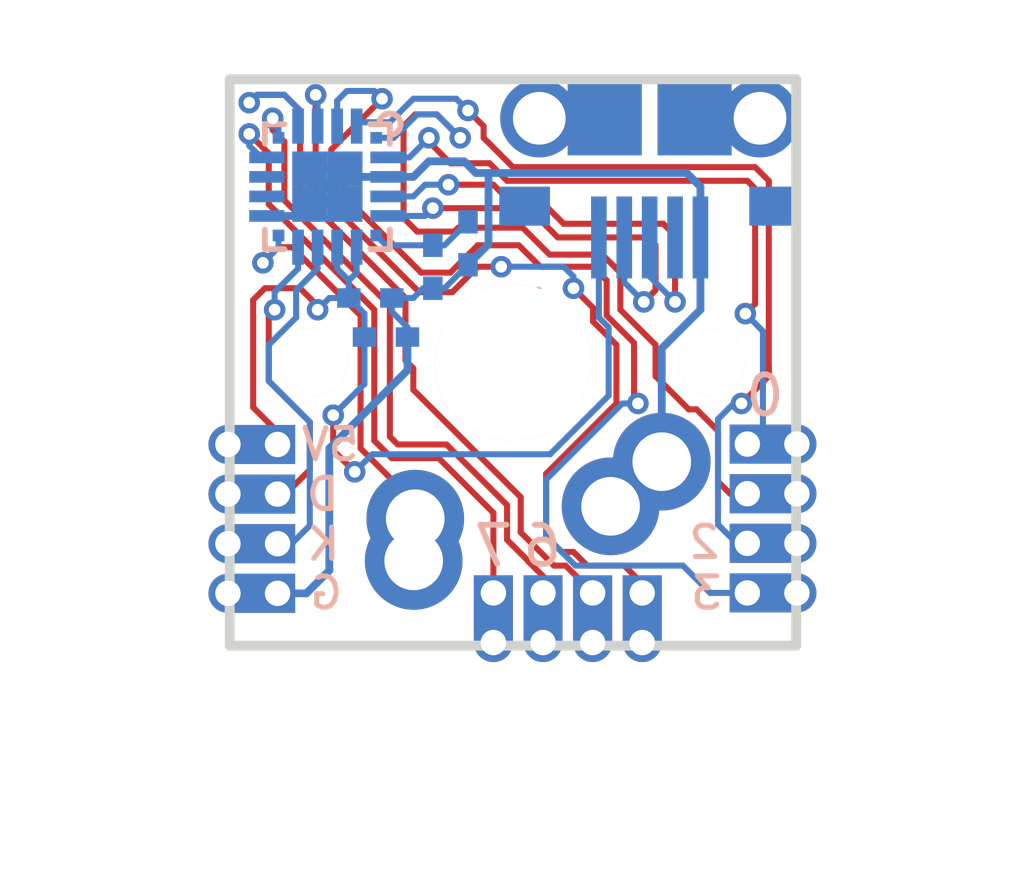
<source format=kicad_pcb>
(kicad_pcb (version 4) (host pcbnew 4.0.7)

  (general
    (links 51)
    (no_connects 17)
    (area 154.872999 87.372999 169.627001 102.127001)
    (thickness 1.6)
    (drawings 21)
    (tracks 288)
    (zones 0)
    (modules 10)
    (nets 21)
  )

  (page A4)
  (layers
    (0 F.Cu signal)
    (31 B.Cu signal)
    (32 B.Adhes user)
    (33 F.Adhes user)
    (34 B.Paste user)
    (35 F.Paste user)
    (36 B.SilkS user)
    (37 F.SilkS user)
    (38 B.Mask user)
    (39 F.Mask user)
    (40 Dwgs.User user)
    (41 Cmts.User user)
    (42 Eco1.User user)
    (43 Eco2.User user)
    (44 Edge.Cuts user)
    (45 Margin user)
    (46 B.CrtYd user)
    (47 F.CrtYd user)
    (48 B.Fab user)
    (49 F.Fab user)
  )

  (setup
    (last_trace_width 0.155)
    (trace_clearance 0.155)
    (zone_clearance 0.508)
    (zone_45_only no)
    (trace_min 0.155)
    (segment_width 0.254)
    (edge_width 0.254)
    (via_size 0.55)
    (via_drill 0.3)
    (via_min_size 0.4)
    (via_min_drill 0.3)
    (uvia_size 0.3)
    (uvia_drill 0.1)
    (uvias_allowed no)
    (uvia_min_size 0)
    (uvia_min_drill 0)
    (pcb_text_width 0.3)
    (pcb_text_size 1.5 1.5)
    (mod_edge_width 0.15)
    (mod_text_size 1 1)
    (mod_text_width 0.15)
    (pad_size 0.901 0.901)
    (pad_drill 0)
    (pad_to_mask_clearance 0.03)
    (aux_axis_origin 0 0)
    (grid_origin 155 87.5)
    (visible_elements FFFFFF9F)
    (pcbplotparams
      (layerselection 0x00030_80000001)
      (usegerberextensions false)
      (excludeedgelayer true)
      (linewidth 0.100000)
      (plotframeref false)
      (viasonmask false)
      (mode 1)
      (useauxorigin false)
      (hpglpennumber 1)
      (hpglpenspeed 20)
      (hpglpendiameter 15)
      (hpglpenoverlay 2)
      (psnegative false)
      (psa4output false)
      (plotreference true)
      (plotvalue true)
      (plotinvisibletext false)
      (padsonsilk false)
      (subtractmaskfromsilk false)
      (outputformat 1)
      (mirror false)
      (drillshape 0)
      (scaleselection 1)
      (outputdirectory ""))
  )

  (net 0 "")
  (net 1 GND)
  (net 2 +3V3)
  (net 3 "Net-(J1-Pad6)")
  (net 4 "Net-(J1-Pad4)")
  (net 5 +5V)
  (net 6 "Net-(U1-Pad13)")
  (net 7 "Net-(U1-Pad14)")
  (net 8 /D+)
  (net 9 /D-)
  (net 10 /C2D)
  (net 11 /C2CK)
  (net 12 /P0.3)
  (net 13 /P0.2)
  (net 14 /P0.1)
  (net 15 /P0.0)
  (net 16 /P0.7)
  (net 17 /P0.6)
  (net 18 /P0.5)
  (net 19 /P0.4)
  (net 20 "Net-(SW1-Pad1)")

  (net_class Default "This is the default net class."
    (clearance 0.155)
    (trace_width 0.155)
    (via_dia 0.55)
    (via_drill 0.3)
    (uvia_dia 0.3)
    (uvia_drill 0.1)
    (add_net +3V3)
    (add_net +5V)
    (add_net /C2CK)
    (add_net /C2D)
    (add_net /D+)
    (add_net /D-)
    (add_net /P0.0)
    (add_net /P0.1)
    (add_net /P0.2)
    (add_net /P0.3)
    (add_net /P0.4)
    (add_net /P0.5)
    (add_net /P0.6)
    (add_net /P0.7)
    (add_net "Net-(J1-Pad4)")
    (add_net "Net-(J1-Pad6)")
    (add_net "Net-(SW1-Pad1)")
    (add_net "Net-(U1-Pad13)")
    (add_net "Net-(U1-Pad14)")
  )

  (net_class gnd ""
    (clearance 0.155)
    (trace_width 0.2)
    (via_dia 0.55)
    (via_drill 0.3)
    (uvia_dia 0.3)
    (uvia_drill 0.1)
    (add_net GND)
  )

  (module Capacitors_SMD:C_0402_NoSilk (layer B.Cu) (tedit 59D222F7) (tstamp 59BC5FF5)
    (at 159 94.1)
    (descr "Capacitor SMD 0402, reflow soldering, AVX (see smccp.pdf)")
    (tags "capacitor 0402")
    (path /59BC6727)
    (attr smd)
    (fp_text reference C1 (at 5.6 0 90) (layer Cmts.User)
      (effects (font (size 0.8 0.8) (thickness 0.15)))
    )
    (fp_text value 0.1uF (at 0 -1.27) (layer B.Fab)
      (effects (font (size 1 1) (thickness 0.15)) (justify mirror))
    )
    (fp_text user %R (at 0 1.27) (layer Cmts.User)
      (effects (font (size 1 1) (thickness 0.15)))
    )
    (fp_line (start -0.5 -0.25) (end -0.5 0.25) (layer B.Fab) (width 0.1))
    (fp_line (start 0.5 -0.25) (end -0.5 -0.25) (layer B.Fab) (width 0.1))
    (fp_line (start 0.5 0.25) (end 0.5 -0.25) (layer B.Fab) (width 0.1))
    (fp_line (start -0.5 0.25) (end 0.5 0.25) (layer B.Fab) (width 0.1))
    (fp_line (start -1 0.4) (end 1 0.4) (layer B.CrtYd) (width 0.05))
    (fp_line (start -1 0.4) (end -1 -0.4) (layer B.CrtYd) (width 0.05))
    (fp_line (start 1 -0.4) (end 1 0.4) (layer B.CrtYd) (width 0.05))
    (fp_line (start 1 -0.4) (end -1 -0.4) (layer B.CrtYd) (width 0.05))
    (pad 1 smd rect (at -0.55 0) (size 0.6 0.5) (layers B.Cu B.Paste B.Mask)
      (net 5 +5V))
    (pad 2 smd rect (at 0.55 0) (size 0.6 0.5) (layers B.Cu B.Paste B.Mask)
      (net 1 GND))
    (model Capacitors_SMD.3dshapes/C_0402.wrl
      (at (xyz 0 0 0))
      (scale (xyz 1 1 1))
      (rotate (xyz 0 0 0))
    )
  )

  (module Capacitors_SMD:C_0402_NoSilk (layer B.Cu) (tedit 59D222FB) (tstamp 59BC5FFB)
    (at 158.6 93.1)
    (descr "Capacitor SMD 0402, reflow soldering, AVX (see smccp.pdf)")
    (tags "capacitor 0402")
    (path /59BC6754)
    (attr smd)
    (fp_text reference C2 (at 1.7 0 90) (layer Cmts.User)
      (effects (font (size 0.8 0.8) (thickness 0.15)))
    )
    (fp_text value 4.7uF (at 0 -1.27) (layer B.Fab)
      (effects (font (size 1 1) (thickness 0.15)) (justify mirror))
    )
    (fp_text user %R (at 0 1.27) (layer Cmts.User)
      (effects (font (size 1 1) (thickness 0.15)))
    )
    (fp_line (start -0.5 -0.25) (end -0.5 0.25) (layer B.Fab) (width 0.1))
    (fp_line (start 0.5 -0.25) (end -0.5 -0.25) (layer B.Fab) (width 0.1))
    (fp_line (start 0.5 0.25) (end 0.5 -0.25) (layer B.Fab) (width 0.1))
    (fp_line (start -0.5 0.25) (end 0.5 0.25) (layer B.Fab) (width 0.1))
    (fp_line (start -1 0.4) (end 1 0.4) (layer B.CrtYd) (width 0.05))
    (fp_line (start -1 0.4) (end -1 -0.4) (layer B.CrtYd) (width 0.05))
    (fp_line (start 1 -0.4) (end 1 0.4) (layer B.CrtYd) (width 0.05))
    (fp_line (start 1 -0.4) (end -1 -0.4) (layer B.CrtYd) (width 0.05))
    (pad 1 smd rect (at -0.55 0) (size 0.6 0.5) (layers B.Cu B.Paste B.Mask)
      (net 5 +5V))
    (pad 2 smd rect (at 0.55 0) (size 0.6 0.5) (layers B.Cu B.Paste B.Mask)
      (net 1 GND))
    (model Capacitors_SMD.3dshapes/C_0402.wrl
      (at (xyz 0 0 0))
      (scale (xyz 1 1 1))
      (rotate (xyz 0 0 0))
    )
  )

  (module Capacitors_SMD:C_0402_NoSilk (layer B.Cu) (tedit 59D22319) (tstamp 59BC6001)
    (at 160.2 92.3 270)
    (descr "Capacitor SMD 0402, reflow soldering, AVX (see smccp.pdf)")
    (tags "capacitor 0402")
    (path /59BC6871)
    (attr smd)
    (fp_text reference C3 (at -0.3 0.6 270) (layer Cmts.User)
      (effects (font (size 0.8 0.8) (thickness 0.15)))
    )
    (fp_text value 0.1uF (at 0 -1.27 270) (layer B.Fab)
      (effects (font (size 1 1) (thickness 0.15)) (justify mirror))
    )
    (fp_text user %R (at 0 1.27 270) (layer B.Fab)
      (effects (font (size 1 1) (thickness 0.15)) (justify mirror))
    )
    (fp_line (start -0.5 -0.25) (end -0.5 0.25) (layer B.Fab) (width 0.1))
    (fp_line (start 0.5 -0.25) (end -0.5 -0.25) (layer B.Fab) (width 0.1))
    (fp_line (start 0.5 0.25) (end 0.5 -0.25) (layer B.Fab) (width 0.1))
    (fp_line (start -0.5 0.25) (end 0.5 0.25) (layer B.Fab) (width 0.1))
    (fp_line (start -1 0.4) (end 1 0.4) (layer B.CrtYd) (width 0.05))
    (fp_line (start -1 0.4) (end -1 -0.4) (layer B.CrtYd) (width 0.05))
    (fp_line (start 1 -0.4) (end 1 0.4) (layer B.CrtYd) (width 0.05))
    (fp_line (start 1 -0.4) (end -1 -0.4) (layer B.CrtYd) (width 0.05))
    (pad 1 smd rect (at -0.55 0 270) (size 0.6 0.5) (layers B.Cu B.Paste B.Mask)
      (net 2 +3V3))
    (pad 2 smd rect (at 0.55 0 270) (size 0.6 0.5) (layers B.Cu B.Paste B.Mask)
      (net 1 GND))
    (model Capacitors_SMD.3dshapes/C_0402.wrl
      (at (xyz 0 0 0))
      (scale (xyz 1 1 1))
      (rotate (xyz 0 0 0))
    )
  )

  (module Capacitors_SMD:C_0402_NoSilk (layer B.Cu) (tedit 59D222EE) (tstamp 59BC6007)
    (at 161.1 91.7 270)
    (descr "Capacitor SMD 0402, reflow soldering, AVX (see smccp.pdf)")
    (tags "capacitor 0402")
    (path /59BC686B)
    (attr smd)
    (fp_text reference C4 (at 1.7 -0.7 360) (layer Cmts.User)
      (effects (font (size 0.8 0.8) (thickness 0.15)))
    )
    (fp_text value 4.7uF (at 0 -1.27 270) (layer B.Fab)
      (effects (font (size 1 1) (thickness 0.15)) (justify mirror))
    )
    (fp_text user %R (at 0 1.27 270) (layer B.Fab)
      (effects (font (size 1 1) (thickness 0.15)) (justify mirror))
    )
    (fp_line (start -0.5 -0.25) (end -0.5 0.25) (layer B.Fab) (width 0.1))
    (fp_line (start 0.5 -0.25) (end -0.5 -0.25) (layer B.Fab) (width 0.1))
    (fp_line (start 0.5 0.25) (end 0.5 -0.25) (layer B.Fab) (width 0.1))
    (fp_line (start -0.5 0.25) (end 0.5 0.25) (layer B.Fab) (width 0.1))
    (fp_line (start -1 0.4) (end 1 0.4) (layer B.CrtYd) (width 0.05))
    (fp_line (start -1 0.4) (end -1 -0.4) (layer B.CrtYd) (width 0.05))
    (fp_line (start 1 -0.4) (end 1 0.4) (layer B.CrtYd) (width 0.05))
    (fp_line (start 1 -0.4) (end -1 -0.4) (layer B.CrtYd) (width 0.05))
    (pad 1 smd rect (at -0.55 0 270) (size 0.6 0.5) (layers B.Cu B.Paste B.Mask)
      (net 2 +3V3))
    (pad 2 smd rect (at 0.55 0 270) (size 0.6 0.5) (layers B.Cu B.Paste B.Mask)
      (net 1 GND))
    (model Capacitors_SMD.3dshapes/C_0402.wrl
      (at (xyz 0 0 0))
      (scale (xyz 1 1 1))
      (rotate (xyz 0 0 0))
    )
  )

  (module qfn:QFN20_silabs (layer B.Cu) (tedit 59D2336D) (tstamp 59D1A41A)
    (at 157.5 90.25 180)
    (path /59D1CD41)
    (fp_text reference U1 (at 0 3.2 180) (layer Cmts.User)
      (effects (font (size 1.2 1.2) (thickness 0.15)))
    )
    (fp_text value EFM8UB1_QFN20 (at 0 -3.2 180) (layer B.Fab)
      (effects (font (size 1.2 1.2) (thickness 0.15)) (justify mirror))
    )
    (fp_arc (start -1.6 1.6) (end -1.6 1.325) (angle -270) (layer B.SilkS) (width 0.15))
    (fp_line (start 1.6 1.1) (end 1.6 1.6) (layer B.SilkS) (width 0.15))
    (fp_line (start 1.6 1.6) (end 1.1 1.6) (layer B.SilkS) (width 0.15))
    (fp_line (start 1.1 -1.6) (end 1.6 -1.6) (layer B.SilkS) (width 0.15))
    (fp_line (start 1.6 -1.6) (end 1.6 -1.1) (layer B.SilkS) (width 0.15))
    (fp_line (start -1.6 -1.1) (end -1.6 -1.6) (layer B.SilkS) (width 0.15))
    (fp_line (start -1.6 -1.6) (end -1.1 -1.6) (layer B.SilkS) (width 0.15))
    (fp_line (start -1.1 1.6) (end -1.6 1.6) (layer B.SilkS) (width 0.15))
    (fp_line (start -1.6 1.6) (end -1.6 1.1) (layer B.SilkS) (width 0.15))
    (fp_line (start -1.6 1.6) (end 1.6 1.6) (layer B.CrtYd) (width 0.15))
    (fp_line (start 1.6 1.6) (end 1.6 -1.6) (layer B.CrtYd) (width 0.15))
    (fp_line (start 1.6 -1.6) (end -1.6 -1.6) (layer B.CrtYd) (width 0.15))
    (fp_line (start -1.6 -1.6) (end -1.6 1.6) (layer B.CrtYd) (width 0.15))
    (pad 16 smd rect (at 1.25 1.25 180) (size 0.3 0.3) (layers B.Cu B.Paste B.Mask)
      (net 17 /P0.6))
    (pad 11 smd rect (at 1.25 -1.25 180) (size 0.3 0.3) (layers B.Cu B.Paste B.Mask)
      (net 20 "Net-(SW1-Pad1)"))
    (pad 6 smd rect (at -1.25 -1.25 180) (size 0.3 0.3) (layers B.Cu B.Paste B.Mask)
      (net 2 +3V3))
    (pad 21 smd rect (at -0.45 -0.45 90) (size 0.901 0.901) (layers B.Cu B.Paste B.Mask)
      (net 1 GND))
    (pad 21 smd rect (at 0.45 -0.45 90) (size 0.901 0.901) (layers B.Cu B.Paste B.Mask)
      (net 1 GND))
    (pad 21 smd rect (at 0.45 0.45 90) (size 0.901 0.901) (layers B.Cu B.Paste B.Mask)
      (net 1 GND))
    (pad 2 smd rect (at -1.55 0.75 90) (size 0.3 0.9) (layers B.Cu B.Paste B.Mask)
      (net 15 /P0.0))
    (pad 3 smd rect (at -1.55 0.25 90) (size 0.3 0.9) (layers B.Cu B.Paste B.Mask)
      (net 1 GND))
    (pad 4 smd rect (at -1.55 -0.25 90) (size 0.3 0.9) (layers B.Cu B.Paste B.Mask)
      (net 8 /D+))
    (pad 5 smd rect (at -1.55 -0.75 90) (size 0.3 0.9) (layers B.Cu B.Paste B.Mask)
      (net 9 /D-))
    (pad 7 smd rect (at -0.75 -1.55 180) (size 0.3 0.9) (layers B.Cu B.Paste B.Mask)
      (net 5 +5V))
    (pad 8 smd rect (at -0.25 -1.55 180) (size 0.3 0.9) (layers B.Cu B.Paste B.Mask)
      (net 5 +5V))
    (pad 9 smd rect (at 0.25 -1.55 180) (size 0.3 0.9) (layers B.Cu B.Paste B.Mask)
      (net 11 /C2CK))
    (pad 10 smd rect (at 0.75 -1.55 180) (size 0.3 0.9) (layers B.Cu B.Paste B.Mask)
      (net 10 /C2D))
    (pad 12 smd rect (at 1.55 -0.75 90) (size 0.3 0.9) (layers B.Cu B.Paste B.Mask)
      (net 1 GND))
    (pad 13 smd rect (at 1.55 -0.25 90) (size 0.3 0.9) (layers B.Cu B.Paste B.Mask)
      (net 6 "Net-(U1-Pad13)"))
    (pad 14 smd rect (at 1.55 0.25 90) (size 0.3 0.9) (layers B.Cu B.Paste B.Mask)
      (net 7 "Net-(U1-Pad14)"))
    (pad 15 smd rect (at 1.55 0.75 90) (size 0.3 0.9) (layers B.Cu B.Paste B.Mask)
      (net 16 /P0.7))
    (pad 17 smd rect (at 0.75 1.55 180) (size 0.3 0.9) (layers B.Cu B.Paste B.Mask)
      (net 18 /P0.5))
    (pad 18 smd rect (at 0.25 1.55 180) (size 0.3 0.9) (layers B.Cu B.Paste B.Mask)
      (net 19 /P0.4))
    (pad 19 smd rect (at -0.25 1.55 180) (size 0.3 0.9) (layers B.Cu B.Paste B.Mask)
      (net 12 /P0.3))
    (pad 20 smd rect (at -0.75 1.55 180) (size 0.3 0.9) (layers B.Cu B.Paste B.Mask)
      (net 13 /P0.2))
    (pad 1 smd rect (at -1.25 1.25 180) (size 0.3 0.3) (layers B.Cu B.Paste B.Mask)
      (net 14 /P0.1))
    (pad 21 smd rect (at -0.45 0.45 90) (size 0.901 0.901) (layers B.Cu B.Paste B.Mask)
      (net 1 GND))
    (model Housings_DFN_QFN.3dshapes/UQFN-20-1EP_3x3mm_Pitch0.4mm.wrl
      (at (xyz 0 0 0))
      (scale (xyz 1 1 1))
      (rotate (xyz 0 0 0))
    )
  )

  (module conn_usb:USB_Micro_NoSlots_NoSilk (layer B.Cu) (tedit 59BC85A0) (tstamp 5A1C999A)
    (at 165.75 90.5)
    (path /59BC971A)
    (fp_text reference J1 (at -3.175 2.921 180) (layer B.SilkS)
      (effects (font (size 1 1) (thickness 0.15)) (justify mirror))
    )
    (fp_text value USB_OTG (at -0.07 -4.18) (layer B.Fab)
      (effects (font (size 1 1) (thickness 0.15)) (justify mirror))
    )
    (pad 6 smd rect (at -3.2 0.25) (size 1.3 1) (layers B.Cu B.Paste B.Mask)
      (net 3 "Net-(J1-Pad6)"))
    (pad 6 smd rect (at 3.2 0.25) (size 1.3 1) (layers B.Cu B.Paste B.Mask)
      (net 3 "Net-(J1-Pad6)"))
    (pad "" np_thru_hole circle (at -1.95 0.14) (size 0.6 0.6) (drill 0.6) (layers *.Cu *.Mask))
    (pad 6 smd rect (at -1.15 -2) (size 1.9 1.9) (layers B.Cu B.Paste B.Mask)
      (net 3 "Net-(J1-Pad6)"))
    (pad 6 thru_hole circle (at -2.825 -2) (size 2 2) (drill 1.35) (layers *.Cu *.Mask)
      (net 3 "Net-(J1-Pad6)"))
    (pad 5 smd rect (at 1.3 1.05) (size 0.4 2.1) (layers B.Cu B.Paste B.Mask)
      (net 1 GND))
    (pad 4 smd rect (at 0.65 1.05) (size 0.4 2.1) (layers B.Cu B.Paste B.Mask)
      (net 4 "Net-(J1-Pad4)"))
    (pad 3 smd rect (at 0 1.05) (size 0.4 2.1) (layers B.Cu B.Paste B.Mask)
      (net 8 /D+))
    (pad 2 smd rect (at -0.65 1.05) (size 0.4 2.1) (layers B.Cu B.Paste B.Mask)
      (net 9 /D-))
    (pad 1 smd rect (at -1.3 1.05) (size 0.4 2.1) (layers B.Cu B.Paste B.Mask)
      (net 5 +5V))
    (pad 6 thru_hole circle (at 2.825 -2) (size 2 2) (drill 1.35) (layers *.Cu *.Mask)
      (net 3 "Net-(J1-Pad6)"))
    (pad 6 smd rect (at 1.15 -2) (size 1.9 1.9) (layers B.Cu B.Paste B.Mask)
      (net 3 "Net-(J1-Pad6)"))
    (pad "" np_thru_hole circle (at 1.95 0.14) (size 0.6 0.6) (drill 0.6) (layers *.Cu *.Mask))
  )

  (module conn:Pin_Header_Angled_1x04_Pitch1.27mm_no_silk_castellated (layer B.Cu) (tedit 59D21DD6) (tstamp 5A1C99AA)
    (at 156.225 96.85 180)
    (descr "Through hole angled pin header, 1x04, 1.27mm pitch, 4.0mm pin length, single row")
    (tags "Through hole angled pin header THT 1x04 1.27mm single row")
    (path /59BC8422)
    (fp_text reference J2 (at 2.4325 1.635 180) (layer Cmts.User)
      (effects (font (size 1 1) (thickness 0.15)))
    )
    (fp_text value Conn_01x04 (at 2.4325 -5.445 180) (layer B.Fab)
      (effects (font (size 1 1) (thickness 0.15)) (justify mirror))
    )
    (fp_line (start 1.5 0.635) (end 1.5 -4.445) (layer B.Fab) (width 0.1))
    (fp_line (start 1.5 -4.445) (end 0.5 -4.445) (layer B.Fab) (width 0.1))
    (fp_line (start 0.5 -4.445) (end 0.5 0.385) (layer B.Fab) (width 0.1))
    (fp_line (start 0.5 0.385) (end 0.75 0.635) (layer B.Fab) (width 0.1))
    (fp_line (start -0.2 0.2) (end 0.5 0.2) (layer B.Fab) (width 0.1))
    (fp_line (start -0.2 0.2) (end -0.2 -0.2) (layer B.Fab) (width 0.1))
    (fp_line (start -0.2 -0.2) (end 0.5 -0.2) (layer B.Fab) (width 0.1))
    (fp_line (start -0.2 -1.07) (end 0.5 -1.07) (layer B.Fab) (width 0.1))
    (fp_line (start -0.2 -1.07) (end -0.2 -1.47) (layer B.Fab) (width 0.1))
    (fp_line (start -0.2 -1.47) (end 0.5 -1.47) (layer B.Fab) (width 0.1))
    (fp_line (start -0.2 -2.34) (end 0.5 -2.34) (layer B.Fab) (width 0.1))
    (fp_line (start -0.2 -2.34) (end -0.2 -2.74) (layer B.Fab) (width 0.1))
    (fp_line (start -0.2 -2.74) (end 0.5 -2.74) (layer B.Fab) (width 0.1))
    (fp_line (start -0.2 -3.61) (end 0.5 -3.61) (layer B.Fab) (width 0.1))
    (fp_line (start -0.2 -3.61) (end -0.2 -4.01) (layer B.Fab) (width 0.1))
    (fp_line (start -0.2 -4.01) (end 0.5 -4.01) (layer B.Fab) (width 0.1))
    (fp_line (start -1.15 1.15) (end -1.15 -4.95) (layer B.CrtYd) (width 0.05))
    (fp_line (start -1.15 -4.95) (end 6 -4.95) (layer B.CrtYd) (width 0.05))
    (fp_line (start 6 -4.95) (end 6 1.15) (layer B.CrtYd) (width 0.05))
    (fp_line (start 6 1.15) (end -1.15 1.15) (layer B.CrtYd) (width 0.05))
    (pad 1 thru_hole circle (at 1.27 0 180) (size 1 1) (drill 0.65) (layers *.Cu *.Mask)
      (net 5 +5V))
    (pad 1 thru_hole rect (at 0 0 180) (size 1.7 1) (drill 0.65 (offset 0.4 0)) (layers *.Cu *.Mask)
      (net 5 +5V))
    (pad 2 thru_hole rect (at 0 -1.27 180) (size 1.7 1) (drill 0.65 (offset 0.4 0)) (layers *.Cu *.Mask)
      (net 10 /C2D))
    (pad 3 thru_hole rect (at 0 -2.54 180) (size 1.7 1) (drill 0.65 (offset 0.4 0)) (layers *.Cu *.Mask)
      (net 11 /C2CK))
    (pad 4 thru_hole rect (at 0 -3.81 180) (size 1.7 1) (drill 0.65 (offset 0.4 0)) (layers *.Cu *.Mask)
      (net 1 GND))
    (pad 2 thru_hole circle (at 1.27 -1.27 180) (size 1 1) (drill 0.65) (layers *.Cu *.Mask)
      (net 10 /C2D))
    (pad 3 thru_hole circle (at 1.27 -2.54 180) (size 1 1) (drill 0.65) (layers *.Cu *.Mask)
      (net 11 /C2CK))
    (pad 4 thru_hole circle (at 1.27 -3.81 180) (size 1 1) (drill 0.65) (layers *.Cu *.Mask)
      (net 1 GND))
  )

  (module conn:Pin_Header_Angled_1x04_Pitch1.27mm_no_silk_castellated (layer B.Cu) (tedit 59D21DD6) (tstamp 5A1C99B5)
    (at 168.25 100.65)
    (descr "Through hole angled pin header, 1x04, 1.27mm pitch, 4.0mm pin length, single row")
    (tags "Through hole angled pin header THT 1x04 1.27mm single row")
    (path /59D1D839)
    (fp_text reference J3 (at 2.4325 1.635) (layer Cmts.User)
      (effects (font (size 1 1) (thickness 0.15)))
    )
    (fp_text value Conn_01x04 (at 2.4325 -5.445) (layer B.Fab)
      (effects (font (size 1 1) (thickness 0.15)) (justify mirror))
    )
    (fp_line (start 1.5 0.635) (end 1.5 -4.445) (layer B.Fab) (width 0.1))
    (fp_line (start 1.5 -4.445) (end 0.5 -4.445) (layer B.Fab) (width 0.1))
    (fp_line (start 0.5 -4.445) (end 0.5 0.385) (layer B.Fab) (width 0.1))
    (fp_line (start 0.5 0.385) (end 0.75 0.635) (layer B.Fab) (width 0.1))
    (fp_line (start -0.2 0.2) (end 0.5 0.2) (layer B.Fab) (width 0.1))
    (fp_line (start -0.2 0.2) (end -0.2 -0.2) (layer B.Fab) (width 0.1))
    (fp_line (start -0.2 -0.2) (end 0.5 -0.2) (layer B.Fab) (width 0.1))
    (fp_line (start -0.2 -1.07) (end 0.5 -1.07) (layer B.Fab) (width 0.1))
    (fp_line (start -0.2 -1.07) (end -0.2 -1.47) (layer B.Fab) (width 0.1))
    (fp_line (start -0.2 -1.47) (end 0.5 -1.47) (layer B.Fab) (width 0.1))
    (fp_line (start -0.2 -2.34) (end 0.5 -2.34) (layer B.Fab) (width 0.1))
    (fp_line (start -0.2 -2.34) (end -0.2 -2.74) (layer B.Fab) (width 0.1))
    (fp_line (start -0.2 -2.74) (end 0.5 -2.74) (layer B.Fab) (width 0.1))
    (fp_line (start -0.2 -3.61) (end 0.5 -3.61) (layer B.Fab) (width 0.1))
    (fp_line (start -0.2 -3.61) (end -0.2 -4.01) (layer B.Fab) (width 0.1))
    (fp_line (start -0.2 -4.01) (end 0.5 -4.01) (layer B.Fab) (width 0.1))
    (fp_line (start -1.15 1.15) (end -1.15 -4.95) (layer B.CrtYd) (width 0.05))
    (fp_line (start -1.15 -4.95) (end 6 -4.95) (layer B.CrtYd) (width 0.05))
    (fp_line (start 6 -4.95) (end 6 1.15) (layer B.CrtYd) (width 0.05))
    (fp_line (start 6 1.15) (end -1.15 1.15) (layer B.CrtYd) (width 0.05))
    (pad 1 thru_hole circle (at 1.27 0) (size 1 1) (drill 0.65) (layers *.Cu *.Mask)
      (net 12 /P0.3))
    (pad 1 thru_hole rect (at 0 0) (size 1.7 1) (drill 0.65 (offset 0.4 0)) (layers *.Cu *.Mask)
      (net 12 /P0.3))
    (pad 2 thru_hole rect (at 0 -1.27) (size 1.7 1) (drill 0.65 (offset 0.4 0)) (layers *.Cu *.Mask)
      (net 13 /P0.2))
    (pad 3 thru_hole rect (at 0 -2.54) (size 1.7 1) (drill 0.65 (offset 0.4 0)) (layers *.Cu *.Mask)
      (net 14 /P0.1))
    (pad 4 thru_hole rect (at 0 -3.81) (size 1.7 1) (drill 0.65 (offset 0.4 0)) (layers *.Cu *.Mask)
      (net 15 /P0.0))
    (pad 2 thru_hole circle (at 1.27 -1.27) (size 1 1) (drill 0.65) (layers *.Cu *.Mask)
      (net 13 /P0.2))
    (pad 3 thru_hole circle (at 1.27 -2.54) (size 1 1) (drill 0.65) (layers *.Cu *.Mask)
      (net 14 /P0.1))
    (pad 4 thru_hole circle (at 1.27 -3.81) (size 1 1) (drill 0.65) (layers *.Cu *.Mask)
      (net 15 /P0.0))
  )

  (module conn:Pin_Header_Angled_1x04_Pitch1.27mm_no_silk_castellated (layer B.Cu) (tedit 59D21DD6) (tstamp 5A1C99C0)
    (at 161.75 100.65 270)
    (descr "Through hole angled pin header, 1x04, 1.27mm pitch, 4.0mm pin length, single row")
    (tags "Through hole angled pin header THT 1x04 1.27mm single row")
    (path /59D1DF9A)
    (fp_text reference J4 (at 2.4325 1.635 270) (layer Cmts.User)
      (effects (font (size 1 1) (thickness 0.15)))
    )
    (fp_text value Conn_01x04 (at 2.4325 -5.445 270) (layer B.Fab)
      (effects (font (size 1 1) (thickness 0.15)) (justify mirror))
    )
    (fp_line (start 1.5 0.635) (end 1.5 -4.445) (layer B.Fab) (width 0.1))
    (fp_line (start 1.5 -4.445) (end 0.5 -4.445) (layer B.Fab) (width 0.1))
    (fp_line (start 0.5 -4.445) (end 0.5 0.385) (layer B.Fab) (width 0.1))
    (fp_line (start 0.5 0.385) (end 0.75 0.635) (layer B.Fab) (width 0.1))
    (fp_line (start -0.2 0.2) (end 0.5 0.2) (layer B.Fab) (width 0.1))
    (fp_line (start -0.2 0.2) (end -0.2 -0.2) (layer B.Fab) (width 0.1))
    (fp_line (start -0.2 -0.2) (end 0.5 -0.2) (layer B.Fab) (width 0.1))
    (fp_line (start -0.2 -1.07) (end 0.5 -1.07) (layer B.Fab) (width 0.1))
    (fp_line (start -0.2 -1.07) (end -0.2 -1.47) (layer B.Fab) (width 0.1))
    (fp_line (start -0.2 -1.47) (end 0.5 -1.47) (layer B.Fab) (width 0.1))
    (fp_line (start -0.2 -2.34) (end 0.5 -2.34) (layer B.Fab) (width 0.1))
    (fp_line (start -0.2 -2.34) (end -0.2 -2.74) (layer B.Fab) (width 0.1))
    (fp_line (start -0.2 -2.74) (end 0.5 -2.74) (layer B.Fab) (width 0.1))
    (fp_line (start -0.2 -3.61) (end 0.5 -3.61) (layer B.Fab) (width 0.1))
    (fp_line (start -0.2 -3.61) (end -0.2 -4.01) (layer B.Fab) (width 0.1))
    (fp_line (start -0.2 -4.01) (end 0.5 -4.01) (layer B.Fab) (width 0.1))
    (fp_line (start -1.15 1.15) (end -1.15 -4.95) (layer B.CrtYd) (width 0.05))
    (fp_line (start -1.15 -4.95) (end 6 -4.95) (layer B.CrtYd) (width 0.05))
    (fp_line (start 6 -4.95) (end 6 1.15) (layer B.CrtYd) (width 0.05))
    (fp_line (start 6 1.15) (end -1.15 1.15) (layer B.CrtYd) (width 0.05))
    (pad 1 thru_hole circle (at 1.27 0 270) (size 1 1) (drill 0.65) (layers *.Cu *.Mask)
      (net 16 /P0.7))
    (pad 1 thru_hole rect (at 0 0 270) (size 1.7 1) (drill 0.65 (offset 0.4 0)) (layers *.Cu *.Mask)
      (net 16 /P0.7))
    (pad 2 thru_hole rect (at 0 -1.27 270) (size 1.7 1) (drill 0.65 (offset 0.4 0)) (layers *.Cu *.Mask)
      (net 17 /P0.6))
    (pad 3 thru_hole rect (at 0 -2.54 270) (size 1.7 1) (drill 0.65 (offset 0.4 0)) (layers *.Cu *.Mask)
      (net 18 /P0.5))
    (pad 4 thru_hole rect (at 0 -3.81 270) (size 1.7 1) (drill 0.65 (offset 0.4 0)) (layers *.Cu *.Mask)
      (net 19 /P0.4))
    (pad 2 thru_hole circle (at 1.27 -1.27 270) (size 1 1) (drill 0.65) (layers *.Cu *.Mask)
      (net 17 /P0.6))
    (pad 3 thru_hole circle (at 1.27 -2.54 270) (size 1 1) (drill 0.65) (layers *.Cu *.Mask)
      (net 18 /P0.5))
    (pad 4 thru_hole circle (at 1.27 -3.81 270) (size 1 1) (drill 0.65) (layers *.Cu *.Mask)
      (net 19 /P0.4))
  )

  (module switch_mx:Cherry_MX_Matias_No_Silk_Border (layer B.Cu) (tedit 5A1BC55D) (tstamp 5A1C99CB)
    (at 162.25 94.75)
    (tags switch)
    (path /5A1C99D7)
    (fp_text reference SW1 (at 0 -6) (layer Cmts.User)
      (effects (font (thickness 0.3048)))
    )
    (fp_text value SW_Push (at 1 -3.5) (layer F.Fab) hide
      (effects (font (thickness 0.3048)))
    )
    (pad "" np_thru_hole circle (at 5.08 0) (size 1.7 1.7) (drill 1.7) (layers *.Cu *.Mask B.SilkS))
    (pad 2 thru_hole circle (at 2.5 3.683) (size 2.5 2.5) (drill 1.5) (layers *.Cu *.Mask)
      (net 1 GND))
    (pad 2 thru_hole circle (at 3.81 2.54) (size 2.5 2.5) (drill 1.5) (layers *.Cu *.Mask)
      (net 1 GND))
    (pad "" np_thru_hole circle (at 0 0) (size 4 4) (drill 4) (layers *.Cu *.Mask B.SilkS))
    (pad "" np_thru_hole circle (at -5.08 0) (size 1.7 1.7) (drill 1.7) (layers *.Cu *.Mask B.SilkS))
    (pad 1 thru_hole circle (at -2.54 5.08) (size 2.5 2.5) (drill 1.5) (layers *.Cu *.Mask)
      (net 20 "Net-(SW1-Pad1)"))
    (pad 1 thru_hole circle (at -2.5 4) (size 2.5 2.5) (drill 1.5) (layers *.Cu *.Mask)
      (net 20 "Net-(SW1-Pad1)"))
    (model cherry_mx1.wrl
      (at (xyz 0 0 0))
      (scale (xyz 1 1 1))
      (rotate (xyz 0 0 0))
    )
  )

  (gr_line (start 156.25 100.65) (end 156.25 101.2) (angle 90) (layer Cmts.User) (width 0.254))
  (gr_line (start 161.75 100.65) (end 156.25 100.65) (angle 90) (layer Cmts.User) (width 0.254))
  (gr_text 2 (at 167.15 99.35) (layer B.SilkS)
    (effects (font (size 0.8 0.8) (thickness 0.13)) (justify mirror))
  )
  (gr_text 5V (at 157.575 96.85) (layer B.SilkS)
    (effects (font (size 0.8 0.8) (thickness 0.13)) (justify mirror))
  )
  (gr_text D (at 157.375 98.125) (layer B.SilkS)
    (effects (font (size 0.8 0.8) (thickness 0.13)) (justify mirror))
  )
  (gr_text K (at 157.4 99.4) (layer B.SilkS)
    (effects (font (size 0.8 0.8) (thickness 0.13)) (justify mirror))
  )
  (gr_text G (at 157.475 100.65) (layer B.SilkS)
    (effects (font (size 0.8 0.8) (thickness 0.13)) (justify mirror))
  )
  (gr_text "7\n" (at 161.75 99.45) (layer B.SilkS)
    (effects (font (size 1 1) (thickness 0.15)) (justify mirror))
  )
  (gr_text "6\n" (at 163 99.45) (layer B.SilkS)
    (effects (font (size 1 1) (thickness 0.15)) (justify mirror))
  )
  (gr_text 3 (at 167.2 100.65) (layer B.SilkS)
    (effects (font (size 0.8 0.8) (thickness 0.13)) (justify mirror))
  )
  (gr_text 0 (at 168.7 95.6) (layer B.SilkS)
    (effects (font (size 1 1) (thickness 0.15)) (justify mirror))
  )
  (gr_line (start 169.5 87.5) (end 169.5 102) (layer Cmts.User) (width 0.2))
  (gr_line (start 155 102) (end 155 87.5) (layer Cmts.User) (width 0.2))
  (gr_line (start 169.5 102) (end 155 102) (layer Cmts.User) (width 0.2))
  (gr_line (start 155 87.5) (end 169.5 102) (layer Cmts.User) (width 0.2))
  (gr_line (start 169.5 87.5) (end 155 87.5) (layer Cmts.User) (width 0.2))
  (gr_line (start 155 102) (end 169.5 87.5) (layer Cmts.User) (width 0.2))
  (gr_line (start 155 102) (end 155 87.5) (angle 90) (layer Edge.Cuts) (width 0.254))
  (gr_line (start 169.5 102) (end 155 102) (angle 90) (layer Edge.Cuts) (width 0.254))
  (gr_line (start 169.5 87.5) (end 169.5 102) (angle 90) (layer Edge.Cuts) (width 0.254))
  (gr_line (start 155 87.5) (end 169.5 87.5) (angle 90) (layer Edge.Cuts) (width 0.254))

  (segment (start 157.05 90.7) (end 157.95 89.8) (width 0.2) (layer B.Cu) (net 1) (status 30))
  (segment (start 157.95 90.7) (end 157.05 89.8) (width 0.2) (layer B.Cu) (net 1) (status 30))
  (segment (start 157.95 90.7) (end 157.95 89.8) (width 0.2) (layer B.Cu) (net 1) (status 30))
  (segment (start 164.75 98.433) (end 164.917 98.433) (width 0.2) (layer B.Cu) (net 1) (status 30))
  (segment (start 164.917 98.433) (end 166.06 97.29) (width 0.2) (layer B.Cu) (net 1) (tstamp 59D22F2C) (status 30))
  (segment (start 156.225 100.66) (end 156.965 100.66) (width 0.2) (layer B.Cu) (net 1) (status 10))
  (segment (start 156.965 100.66) (end 157.55 100.075) (width 0.2) (layer B.Cu) (net 1) (tstamp 59D22EEC))
  (segment (start 161.625 89.9) (end 161.625 91.725) (width 0.2) (layer B.Cu) (net 1))
  (segment (start 161.625 91.725) (end 161.1 92.25) (width 0.2) (layer B.Cu) (net 1) (tstamp 59D22C19) (status 20))
  (segment (start 166.06 97.29) (end 166.06 94.39) (width 0.2) (layer B.Cu) (net 1) (status 10))
  (segment (start 167.05 93.4) (end 167.05 91.55) (width 0.2) (layer B.Cu) (net 1) (tstamp 59D22C04) (status 20))
  (segment (start 166.06 94.39) (end 167.05 93.4) (width 0.2) (layer B.Cu) (net 1) (tstamp 59D22C02))
  (segment (start 159.55 94.1) (end 159.55 94.95) (width 0.2) (layer B.Cu) (net 1) (status 10))
  (segment (start 159.55 94.95) (end 157.55 96.95) (width 0.2) (layer B.Cu) (net 1) (tstamp 59D22B95))
  (segment (start 167.05 92.4) (end 167.05 91.55) (width 0.155) (layer B.Cu) (net 1) (tstamp 59D1B499) (status 30))
  (segment (start 161 89.6) (end 160.1 89.6) (width 0.2) (layer B.Cu) (net 1) (tstamp 59D1ABEE))
  (segment (start 161.3 89.9) (end 161 89.6) (width 0.2) (layer B.Cu) (net 1) (tstamp 59D1ABEC))
  (segment (start 166.7 89.9) (end 161.625 89.9) (width 0.2) (layer B.Cu) (net 1) (tstamp 59D1ABEB))
  (segment (start 161.625 89.9) (end 161.3 89.9) (width 0.2) (layer B.Cu) (net 1) (tstamp 59D22C17))
  (segment (start 167.05 90.25) (end 166.7 89.9) (width 0.2) (layer B.Cu) (net 1) (tstamp 59D1ABEA))
  (segment (start 167.05 91.55) (end 167.05 90.25) (width 0.2) (layer B.Cu) (net 1) (status 10))
  (segment (start 159.7 90) (end 160.1 89.6) (width 0.2) (layer B.Cu) (net 1))
  (segment (start 159.05 90) (end 159.7 90) (width 0.2) (layer B.Cu) (net 1) (tstamp 59D1ABF5) (status 10))
  (segment (start 157.05 89.8) (end 157.95 89.8) (width 0.155) (layer B.Cu) (net 1) (status 30))
  (segment (start 157.05 90.7) (end 157.05 89.8) (width 0.155) (layer B.Cu) (net 1) (status 30))
  (segment (start 157.95 90.7) (end 157.05 90.7) (width 0.155) (layer B.Cu) (net 1) (status 30))
  (segment (start 159.05 90) (end 158.15 90) (width 0.2) (layer B.Cu) (net 1) (status 30))
  (segment (start 158.15 90) (end 157.95 89.8) (width 0.155) (layer B.Cu) (net 1) (tstamp 59D1ABCC) (status 30))
  (segment (start 155.95 91) (end 156.75 91) (width 0.2) (layer B.Cu) (net 1) (status 30))
  (segment (start 156.75 91) (end 157.05 90.7) (width 0.155) (layer B.Cu) (net 1) (tstamp 59D1ABC8) (status 30))
  (segment (start 160.2 92.85) (end 160.5 92.85) (width 0.155) (layer B.Cu) (net 1) (status 10))
  (segment (start 160.5 92.85) (end 161.1 92.25) (width 0.155) (layer B.Cu) (net 1) (tstamp 59D1A939) (status 20))
  (segment (start 159.15 93.1) (end 159.15 93.45) (width 0.155) (layer B.Cu) (net 1) (status 10))
  (segment (start 159.15 93.45) (end 159.55 93.85) (width 0.155) (layer B.Cu) (net 1) (tstamp 59D1A900) (status 20))
  (segment (start 159.55 93.85) (end 159.55 94.1) (width 0.155) (layer B.Cu) (net 1) (tstamp 59D1A901) (status 30))
  (segment (start 160.2 92.85) (end 159.95 92.85) (width 0.155) (layer B.Cu) (net 1) (status 30))
  (segment (start 159.95 92.85) (end 159.7 93.1) (width 0.155) (layer B.Cu) (net 1) (tstamp 59D1A8FC) (status 10))
  (segment (start 159.7 93.1) (end 159.15 93.1) (width 0.155) (layer B.Cu) (net 1) (tstamp 59D1A8FD) (status 20))
  (segment (start 157.55 96.95) (end 157.55 100.075) (width 0.2) (layer B.Cu) (net 1) (tstamp 59D22B97))
  (segment (start 160.2 91.75) (end 159 91.75) (width 0.155) (layer B.Cu) (net 2) (status 10))
  (segment (start 159 91.75) (end 158.75 91.5) (width 0.155) (layer B.Cu) (net 2) (tstamp 59D1A93F) (status 20))
  (segment (start 160.2 91.75) (end 160.5 91.75) (width 0.155) (layer B.Cu) (net 2) (status 10))
  (segment (start 160.5 91.75) (end 161.1 91.15) (width 0.155) (layer B.Cu) (net 2) (tstamp 59D1A93C) (status 20))
  (segment (start 164.45 91.55) (end 164.45 93.6) (width 0.155) (layer B.Cu) (net 5) (status 10))
  (segment (start 158.45 95.3) (end 158.45 94.1) (width 0.155) (layer B.Cu) (net 5) (tstamp 59D22CA9) (status 20))
  (segment (start 157.65 96.1) (end 158.45 95.3) (width 0.155) (layer B.Cu) (net 5) (tstamp 59D22CA8))
  (via (at 157.65 96.1) (size 0.55) (drill 0.3) (layers F.Cu B.Cu) (net 5))
  (segment (start 157.65 97) (end 157.65 96.1) (width 0.155) (layer F.Cu) (net 5) (tstamp 59D22CA6))
  (segment (start 158.2 97.55) (end 157.65 97) (width 0.155) (layer F.Cu) (net 5) (tstamp 59D22CA5))
  (via (at 158.2 97.55) (size 0.55) (drill 0.3) (layers F.Cu B.Cu) (net 5))
  (segment (start 158.65 97.1) (end 158.2 97.55) (width 0.155) (layer B.Cu) (net 5) (tstamp 59D22CA2))
  (segment (start 163.2 97.1) (end 158.65 97.1) (width 0.155) (layer B.Cu) (net 5) (tstamp 59D22CA0))
  (segment (start 164.7 95.6) (end 163.2 97.1) (width 0.155) (layer B.Cu) (net 5) (tstamp 59D22C9E))
  (segment (start 164.7 93.85) (end 164.7 95.6) (width 0.155) (layer B.Cu) (net 5) (tstamp 59D22C9D))
  (segment (start 164.45 93.6) (end 164.7 93.85) (width 0.155) (layer B.Cu) (net 5) (tstamp 59D22C9C))
  (segment (start 157.25 93.4) (end 157.25 93.3) (width 0.155) (layer F.Cu) (net 5))
  (segment (start 157.55 93.1) (end 157.25 93.4) (width 0.155) (layer B.Cu) (net 5) (tstamp 59D22500))
  (via (at 157.25 93.4) (size 0.55) (drill 0.3) (layers F.Cu B.Cu) (net 5))
  (segment (start 158.05 93.1) (end 157.55 93.1) (width 0.155) (layer B.Cu) (net 5) (status 10))
  (segment (start 155.6 95.9) (end 156.27 96.57) (width 0.155) (layer F.Cu) (net 5) (tstamp 59D2254B) (status 20))
  (segment (start 155.6 93.15) (end 155.6 95.9) (width 0.155) (layer F.Cu) (net 5) (tstamp 59D2254A))
  (segment (start 155.9 92.85) (end 155.6 93.15) (width 0.155) (layer F.Cu) (net 5) (tstamp 59D22549))
  (segment (start 156.8 92.85) (end 155.9 92.85) (width 0.155) (layer F.Cu) (net 5) (tstamp 59D22548))
  (segment (start 157.25 93.3) (end 156.8 92.85) (width 0.155) (layer F.Cu) (net 5) (tstamp 59D22547))
  (segment (start 157.75 92.35) (end 158.05 92.65) (width 0.155) (layer B.Cu) (net 5) (tstamp 59D1A8F5))
  (segment (start 157.75 91.8) (end 157.75 92.35) (width 0.155) (layer B.Cu) (net 5) (status 10))
  (segment (start 158.25 91.8) (end 158.25 92.45) (width 0.155) (layer B.Cu) (net 5) (status 10))
  (segment (start 158.05 92.65) (end 158.05 93.1) (width 0.155) (layer B.Cu) (net 5) (tstamp 59D1A8F2) (status 20))
  (segment (start 158.25 92.45) (end 158.05 92.65) (width 0.155) (layer B.Cu) (net 5) (tstamp 59D1A8F1))
  (segment (start 158.45 94.1) (end 158.45 93.5) (width 0.155) (layer B.Cu) (net 5) (status 10))
  (segment (start 158.45 93.5) (end 158.05 93.1) (width 0.155) (layer B.Cu) (net 5) (tstamp 59D1A8E0) (status 20))
  (segment (start 160.6 90.2) (end 161.75 90.2) (width 0.155) (layer F.Cu) (net 8))
  (segment (start 159.05 90.5) (end 159.7 90.5) (width 0.155) (layer B.Cu) (net 8) (status 10))
  (via (at 160.6 90.2) (size 0.55) (drill 0.3) (layers F.Cu B.Cu) (net 8))
  (segment (start 160 90.2) (end 160.6 90.2) (width 0.155) (layer B.Cu) (net 8) (tstamp 59D1AAC3))
  (segment (start 159.7 90.5) (end 160 90.2) (width 0.155) (layer B.Cu) (net 8) (tstamp 59D1AABE))
  (segment (start 166.4 93.2) (end 165.75 92.55) (width 0.155) (layer B.Cu) (net 8) (tstamp 59D1B33D) (status 20))
  (via (at 166.4 93.2) (size 0.55) (drill 0.3) (layers F.Cu B.Cu) (net 8))
  (segment (start 166.4 91.5) (end 166.4 93.2) (width 0.155) (layer F.Cu) (net 8) (tstamp 59D1B33A))
  (segment (start 166.1 91.2) (end 166.4 91.5) (width 0.155) (layer F.Cu) (net 8) (tstamp 59D1B337))
  (segment (start 163.55 91.2) (end 166.1 91.2) (width 0.155) (layer F.Cu) (net 8) (tstamp 59D1B335))
  (segment (start 162.8 90.45) (end 163.55 91.2) (width 0.155) (layer F.Cu) (net 8) (tstamp 59D1B334))
  (segment (start 162 90.45) (end 162.8 90.45) (width 0.155) (layer F.Cu) (net 8) (tstamp 59D1B331))
  (segment (start 161.75 90.2) (end 162 90.45) (width 0.155) (layer F.Cu) (net 8) (tstamp 59D1B32F))
  (segment (start 165.75 92.55) (end 165.75 91.55) (width 0.155) (layer B.Cu) (net 8) (tstamp 59D1B33E) (status 30))
  (segment (start 160.2 90.8) (end 162.65 90.8) (width 0.155) (layer F.Cu) (net 9))
  (segment (start 160 91) (end 160.2 90.8) (width 0.155) (layer B.Cu) (net 9) (tstamp 59D1AAAB))
  (via (at 160.2 90.8) (size 0.55) (drill 0.3) (layers F.Cu B.Cu) (net 9))
  (segment (start 159.05 91) (end 160 91) (width 0.155) (layer B.Cu) (net 9) (status 10))
  (segment (start 165.1 92.7) (end 165.1 91.55) (width 0.155) (layer B.Cu) (net 9) (tstamp 59D1B355) (status 20))
  (segment (start 165.6 93.2) (end 165.1 92.7) (width 0.155) (layer B.Cu) (net 9) (tstamp 59D1B354))
  (via (at 165.6 93.2) (size 0.55) (drill 0.3) (layers F.Cu B.Cu) (net 9))
  (segment (start 165.9 92.9) (end 165.6 93.2) (width 0.155) (layer F.Cu) (net 9) (tstamp 59D1B350))
  (segment (start 165.9 91.75) (end 165.9 92.9) (width 0.155) (layer F.Cu) (net 9) (tstamp 59D1B34E))
  (segment (start 165.7 91.55) (end 165.9 91.75) (width 0.155) (layer F.Cu) (net 9) (tstamp 59D1B34A))
  (segment (start 163.4 91.55) (end 165.7 91.55) (width 0.155) (layer F.Cu) (net 9) (tstamp 59D1B347))
  (segment (start 162.65 90.8) (end 163.4 91.55) (width 0.155) (layer F.Cu) (net 9) (tstamp 59D1B343))
  (segment (start 156.225 98.12) (end 156.43 98.12) (width 0.155) (layer F.Cu) (net 10) (status 30))
  (segment (start 156.43 98.12) (end 157.05 97.5) (width 0.155) (layer F.Cu) (net 10) (tstamp 59D22F25) (status 10))
  (segment (start 157.05 96.275) (end 157.05 97.5) (width 0.155) (layer F.Cu) (net 10) (tstamp 59D2251C))
  (segment (start 156 95.225) (end 157.05 96.275) (width 0.155) (layer F.Cu) (net 10) (tstamp 59D2251A))
  (segment (start 156 93.55) (end 156 95.225) (width 0.155) (layer F.Cu) (net 10) (tstamp 59D22519))
  (segment (start 156.15 93.4) (end 156 93.55) (width 0.155) (layer F.Cu) (net 10) (tstamp 59D22518))
  (segment (start 156.75 91.8) (end 156.75 92.35) (width 0.155) (layer B.Cu) (net 10) (status 10))
  (via (at 156.15 93.4) (size 0.55) (drill 0.3) (layers F.Cu B.Cu) (net 10))
  (segment (start 156.15 92.95) (end 156.15 93.4) (width 0.155) (layer B.Cu) (net 10) (tstamp 59D22515))
  (segment (start 156.75 92.35) (end 156.15 92.95) (width 0.155) (layer B.Cu) (net 10) (tstamp 59D22514))
  (segment (start 156.225 99.39) (end 156.585 99.39) (width 0.155) (layer B.Cu) (net 11) (status 30))
  (segment (start 156.585 99.39) (end 157.05 98.925) (width 0.155) (layer B.Cu) (net 11) (tstamp 59D22F1D) (status 10))
  (segment (start 157.05 98.925) (end 157.05 96.275) (width 0.155) (layer B.Cu) (net 11))
  (segment (start 156 95.225) (end 156 94.3) (width 0.155) (layer B.Cu) (net 11) (tstamp 59D22F11))
  (segment (start 157.05 96.275) (end 156 95.225) (width 0.155) (layer B.Cu) (net 11) (tstamp 59D22F10))
  (segment (start 156.7 93.6) (end 156 94.3) (width 0.155) (layer B.Cu) (net 11) (tstamp 59D224EE))
  (segment (start 156.7 92.9) (end 156.7 93.6) (width 0.155) (layer B.Cu) (net 11) (tstamp 59D22507))
  (segment (start 157.25 91.8) (end 157.25 92.35) (width 0.155) (layer B.Cu) (net 11) (status 10))
  (segment (start 157.25 92.35) (end 156.7 92.9) (width 0.155) (layer B.Cu) (net 11) (tstamp 59D22506))
  (segment (start 163.85 99.95) (end 166.6 99.95) (width 0.155) (layer B.Cu) (net 12))
  (segment (start 163.85 99.95) (end 163.1 99.2) (width 0.155) (layer B.Cu) (net 12) (tstamp 59D22BF5))
  (segment (start 163.1 99.2) (end 163.1 97.75) (width 0.155) (layer B.Cu) (net 12) (tstamp 59D22BF7))
  (segment (start 163.1 97.75) (end 165.05 95.8) (width 0.155) (layer B.Cu) (net 12) (tstamp 59D22BF9))
  (segment (start 165.05 95.8) (end 165.45 95.8) (width 0.155) (layer B.Cu) (net 12) (tstamp 59D22BFB))
  (via (at 165.45 95.8) (size 0.55) (drill 0.3) (layers F.Cu B.Cu) (net 12))
  (segment (start 165.45 95.8) (end 165.35 95.7) (width 0.155) (layer F.Cu) (net 12) (tstamp 59D22BFE))
  (segment (start 165.35 94.25) (end 165.35 95.7) (width 0.155) (layer F.Cu) (net 12) (tstamp 59D22BFF))
  (segment (start 167.3 100.65) (end 168.25 100.65) (width 0.155) (layer B.Cu) (net 12) (tstamp 59D22D59) (status 20))
  (segment (start 166.6 99.95) (end 167.3 100.65) (width 0.155) (layer B.Cu) (net 12) (tstamp 59D22D58))
  (segment (start 161.35 91.75) (end 162.4 91.75) (width 0.155) (layer F.Cu) (net 12))
  (segment (start 159.9 92.45) (end 160.65 92.45) (width 0.155) (layer F.Cu) (net 12) (tstamp 59D1B3E7))
  (segment (start 160.65 92.45) (end 161.35 91.75) (width 0.155) (layer F.Cu) (net 12) (tstamp 59D1B3EC))
  (segment (start 164.65 93.55) (end 165.35 94.25) (width 0.155) (layer F.Cu) (net 12) (tstamp 59D1B42E))
  (segment (start 164.65 92.65) (end 164.65 93.55) (width 0.155) (layer F.Cu) (net 12) (tstamp 59D1B42D))
  (segment (start 164.3 92.3) (end 164.65 92.65) (width 0.155) (layer F.Cu) (net 12) (tstamp 59D1B42C))
  (segment (start 162.95 92.3) (end 164.3 92.3) (width 0.155) (layer F.Cu) (net 12) (tstamp 59D1B42B))
  (segment (start 162.4 91.75) (end 162.95 92.3) (width 0.155) (layer F.Cu) (net 12) (tstamp 59D1B42A))
  (segment (start 157.6 89.3) (end 157.6 90.15) (width 0.155) (layer F.Cu) (net 12) (tstamp 59D1B3E1))
  (segment (start 157.6 90.15) (end 159.9 92.45) (width 0.155) (layer F.Cu) (net 12) (tstamp 59D1B3E6))
  (segment (start 158.9 88) (end 157.6 89.3) (width 0.155) (layer F.Cu) (net 12))
  (segment (start 157.75 88.7) (end 157.75 88.05) (width 0.155) (layer B.Cu) (net 12) (status 10))
  (via (at 158.9 88) (size 0.55) (drill 0.3) (layers F.Cu B.Cu) (net 12))
  (segment (start 158.7 87.8) (end 158.9 88) (width 0.155) (layer B.Cu) (net 12) (tstamp 59D1ACB9))
  (segment (start 158 87.8) (end 158.7 87.8) (width 0.155) (layer B.Cu) (net 12) (tstamp 59D1ACB7))
  (segment (start 157.75 88.05) (end 158 87.8) (width 0.155) (layer B.Cu) (net 12) (tstamp 59D1ACB6))
  (segment (start 167.5 96.2) (end 167.9 95.8) (width 0.155) (layer B.Cu) (net 13))
  (segment (start 167.5 98.9) (end 167.5 96.2) (width 0.155) (layer B.Cu) (net 13) (tstamp 59D22D67))
  (segment (start 167.98 99.38) (end 167.5 98.9) (width 0.155) (layer B.Cu) (net 13) (tstamp 59D22D66) (status 10))
  (segment (start 168.1 95.8) (end 168.8 95.1) (width 0.155) (layer F.Cu) (net 13) (tstamp 59D22D82))
  (via (at 168.1 95.8) (size 0.55) (drill 0.3) (layers F.Cu B.Cu) (net 13))
  (segment (start 167.9 95.8) (end 168.1 95.8) (width 0.155) (layer B.Cu) (net 13) (tstamp 59D22D6E))
  (segment (start 168.8 95.1) (end 168.8 94.85) (width 0.155) (layer F.Cu) (net 13) (tstamp 59D22D83))
  (segment (start 168.25 99.38) (end 167.98 99.38) (width 0.155) (layer B.Cu) (net 13) (status 30))
  (segment (start 168.8 90.1) (end 168.8 94.85) (width 0.155) (layer F.Cu) (net 13))
  (segment (start 168.8 94.85) (end 168.8 95.1) (width 0.155) (layer F.Cu) (net 13) (tstamp 59D22D86))
  (segment (start 168.8 90.1) (end 168.45 89.75) (width 0.155) (layer F.Cu) (net 13) (tstamp 59D1B2F0))
  (segment (start 161.5 88.7) (end 161.5 89) (width 0.155) (layer F.Cu) (net 13))
  (segment (start 161.5 89) (end 162.25 89.75) (width 0.155) (layer F.Cu) (net 13) (tstamp 59D1B2E7))
  (segment (start 162.25 89.75) (end 168.45 89.75) (width 0.155) (layer F.Cu) (net 13) (tstamp 59D1B2E9))
  (segment (start 161.1 88.3) (end 161.5 88.7) (width 0.155) (layer F.Cu) (net 13))
  (via (at 161.1 88.3) (size 0.55) (drill 0.3) (layers F.Cu B.Cu) (net 13))
  (segment (start 160.8 88) (end 161.1 88.3) (width 0.155) (layer B.Cu) (net 13) (tstamp 59D1ACAE))
  (segment (start 159.7 88) (end 160.8 88) (width 0.155) (layer B.Cu) (net 13) (tstamp 59D1ACAC))
  (segment (start 159.1 88.6) (end 159.7 88) (width 0.155) (layer B.Cu) (net 13) (tstamp 59D1ACA6))
  (segment (start 158.3 88.6) (end 159.1 88.6) (width 0.155) (layer B.Cu) (net 13) (tstamp 59D1AC9C) (status 10))
  (segment (start 158.25 88.7) (end 158.25 88.55) (width 0.155) (layer B.Cu) (net 13) (status 30))
  (segment (start 158.25 88.55) (end 158.3 88.6) (width 0.155) (layer B.Cu) (net 13) (tstamp 59D1AC9A) (status 30))
  (segment (start 168.25 98.11) (end 167.81 98.11) (width 0.155) (layer F.Cu) (net 14) (status 30))
  (segment (start 167.81 98.11) (end 167.5 97.8) (width 0.155) (layer F.Cu) (net 14) (tstamp 59D22D8D) (status 10))
  (segment (start 167.5 97.8) (end 167.5 96.5) (width 0.155) (layer F.Cu) (net 14) (tstamp 59D22D8E))
  (segment (start 167.5 96.5) (end 166.95 95.95) (width 0.155) (layer F.Cu) (net 14))
  (segment (start 160.3 88.4) (end 160.9 89) (width 0.155) (layer F.Cu) (net 14) (tstamp 59D22C8F))
  (segment (start 159.75 88.4) (end 160.3 88.4) (width 0.155) (layer F.Cu) (net 14) (tstamp 59D22C8E))
  (segment (start 159.45 88.7) (end 159.75 88.4) (width 0.155) (layer F.Cu) (net 14) (tstamp 59D22C8B))
  (segment (start 159.45 91.05) (end 159.45 88.7) (width 0.155) (layer F.Cu) (net 14) (tstamp 59D22C8A))
  (segment (start 159.8 91.4) (end 159.45 91.05) (width 0.155) (layer F.Cu) (net 14) (tstamp 59D22C89))
  (segment (start 160.75 91.4) (end 159.8 91.4) (width 0.155) (layer F.Cu) (net 14) (tstamp 59D22C88))
  (segment (start 160.85 91.3) (end 160.75 91.4) (width 0.155) (layer F.Cu) (net 14) (tstamp 59D22C87))
  (segment (start 162.5 91.3) (end 160.85 91.3) (width 0.155) (layer F.Cu) (net 14) (tstamp 59D22C85))
  (segment (start 163.189998 91.989998) (end 162.5 91.3) (width 0.155) (layer F.Cu) (net 14) (tstamp 59D22C83))
  (segment (start 164.539998 91.989998) (end 163.189998 91.989998) (width 0.155) (layer F.Cu) (net 14) (tstamp 59D22C82))
  (segment (start 165 92.45) (end 164.539998 91.989998) (width 0.155) (layer F.Cu) (net 14) (tstamp 59D22C81))
  (segment (start 165 93.4) (end 165 92.45) (width 0.155) (layer F.Cu) (net 14) (tstamp 59D22C7F))
  (segment (start 165.9 94.3) (end 165 93.4) (width 0.155) (layer F.Cu) (net 14) (tstamp 59D22C7E))
  (segment (start 165.9 95.1) (end 165.9 94.3) (width 0.155) (layer F.Cu) (net 14) (tstamp 59D22C7C))
  (segment (start 166.75 95.95) (end 165.9 95.1) (width 0.155) (layer F.Cu) (net 14) (tstamp 59D22C7B))
  (segment (start 166.95 95.95) (end 166.75 95.95) (width 0.155) (layer F.Cu) (net 14) (tstamp 59D22C7A))
  (segment (start 158.75 89) (end 159.2 89) (width 0.155) (layer B.Cu) (net 14) (status 10))
  (segment (start 159.2 89) (end 159.8 88.4) (width 0.155) (layer B.Cu) (net 14) (tstamp 59D1AC83))
  (segment (start 159.8 88.4) (end 160.3 88.4) (width 0.155) (layer B.Cu) (net 14) (tstamp 59D1AC8A))
  (segment (start 160.3 88.4) (end 160.9 89) (width 0.155) (layer B.Cu) (net 14) (tstamp 59D1AC90))
  (via (at 160.9 89) (size 0.55) (drill 0.3) (layers F.Cu B.Cu) (net 14))
  (segment (start 168.45 90.3) (end 168.45 93.25) (width 0.155) (layer F.Cu) (net 15))
  (segment (start 160.1 89) (end 160.1 89.1) (width 0.155) (layer F.Cu) (net 15))
  (segment (start 160.1 89.1) (end 160.65 89.65) (width 0.155) (layer F.Cu) (net 15) (tstamp 59D22C4D))
  (segment (start 168.25 90.1) (end 168.45 90.3) (width 0.155) (layer F.Cu) (net 15) (tstamp 59D22C51))
  (segment (start 162.1 90.1) (end 168.25 90.1) (width 0.155) (layer F.Cu) (net 15) (tstamp 59D22C50))
  (segment (start 161.65 89.65) (end 162.1 90.1) (width 0.155) (layer F.Cu) (net 15) (tstamp 59D22C4F))
  (segment (start 160.65 89.65) (end 161.65 89.65) (width 0.155) (layer F.Cu) (net 15) (tstamp 59D22C4E))
  (segment (start 168.65 93.95) (end 168.65 96.74) (width 0.155) (layer B.Cu) (net 15) (tstamp 59D22C6F) (status 20))
  (segment (start 168.2 93.5) (end 168.65 93.95) (width 0.155) (layer B.Cu) (net 15) (tstamp 59D22C6E))
  (via (at 168.2 93.5) (size 0.55) (drill 0.3) (layers F.Cu B.Cu) (net 15))
  (segment (start 168.45 93.25) (end 168.2 93.5) (width 0.155) (layer F.Cu) (net 15) (tstamp 59D22C6C))
  (segment (start 168.65 96.74) (end 168.25 97.14) (width 0.155) (layer B.Cu) (net 15) (tstamp 59D22C70) (status 30))
  (segment (start 168.25 97.14) (end 168.25 96.7) (width 0.155) (layer B.Cu) (net 15) (status 30))
  (via (at 160.1 89) (size 0.55) (drill 0.3) (layers F.Cu B.Cu) (net 15))
  (segment (start 159.6 89.5) (end 160.1 89) (width 0.155) (layer B.Cu) (net 15) (tstamp 59D1AC71))
  (segment (start 159.05 89.5) (end 159.6 89.5) (width 0.155) (layer B.Cu) (net 15) (status 10))
  (segment (start 158.7 93.4) (end 158.7 96.75) (width 0.155) (layer F.Cu) (net 16))
  (segment (start 155.8 89.5) (end 155.5 89.2) (width 0.155) (layer B.Cu) (net 16) (tstamp 59D1AD37) (status 10))
  (via (at 155.5 88.9) (size 0.55) (drill 0.3) (layers F.Cu B.Cu) (net 16))
  (segment (start 155.5 89.2) (end 155.5 88.9) (width 0.155) (layer B.Cu) (net 16) (tstamp 59D1AD38))
  (segment (start 155.5 88.9) (end 156 89.4) (width 0.155) (layer F.Cu) (net 16))
  (segment (start 156 89.4) (end 156 90.7) (width 0.155) (layer F.Cu) (net 16) (tstamp 59D1AD59))
  (segment (start 156 90.7) (end 158.7 93.4) (width 0.155) (layer F.Cu) (net 16) (tstamp 59D1AD5A))
  (segment (start 161.75 98.6) (end 161.75 100.65) (width 0.155) (layer F.Cu) (net 16) (tstamp 59D22B56) (status 20))
  (segment (start 160.35 97.2) (end 161.75 98.6) (width 0.155) (layer F.Cu) (net 16) (tstamp 59D22B55))
  (segment (start 159.15 97.2) (end 160.35 97.2) (width 0.155) (layer F.Cu) (net 16) (tstamp 59D22B54))
  (segment (start 158.7 96.75) (end 159.15 97.2) (width 0.155) (layer F.Cu) (net 16) (tstamp 59D22B53))
  (segment (start 155.95 89.5) (end 155.8 89.5) (width 0.155) (layer B.Cu) (net 16) (status 30))
  (segment (start 155.95 89.5) (end 155.95 89.45) (width 0.155) (layer B.Cu) (net 16) (status 30))
  (segment (start 162.65 99.85) (end 162.65 99.839998) (width 0.155) (layer F.Cu) (net 17))
  (segment (start 163.02 100.22) (end 162.65 99.85) (width 0.155) (layer F.Cu) (net 17) (tstamp 59D22B6E) (status 10))
  (segment (start 159.1 96.65) (end 159.3 96.85) (width 0.155) (layer F.Cu) (net 17) (tstamp 59D22B66))
  (segment (start 159.3 96.85) (end 160.55 96.85) (width 0.155) (layer F.Cu) (net 17) (tstamp 59D22B67))
  (segment (start 160.55 96.85) (end 162.1 98.4) (width 0.155) (layer F.Cu) (net 17) (tstamp 59D22B68))
  (segment (start 156.1 88.8) (end 156.4 89.1) (width 0.155) (layer F.Cu) (net 17) (tstamp 59D1AD64))
  (segment (start 156.4 89.1) (end 156.4 90.6) (width 0.155) (layer F.Cu) (net 17) (tstamp 59D1AD65))
  (segment (start 156.25 88.65) (end 156.25 89) (width 0.155) (layer B.Cu) (net 17) (status 20))
  (via (at 156.1 88.5) (size 0.55) (drill 0.3) (layers F.Cu B.Cu) (net 17))
  (segment (start 156.25 88.65) (end 156.1 88.5) (width 0.155) (layer B.Cu) (net 17) (tstamp 59D1AD3D))
  (segment (start 156.1 88.5) (end 156.1 88.8) (width 0.155) (layer F.Cu) (net 17))
  (segment (start 156.4 90.6) (end 159.1 93.3) (width 0.155) (layer F.Cu) (net 17) (tstamp 59D1AD66))
  (segment (start 159.1 93.3) (end 159.1 96.65) (width 0.155) (layer F.Cu) (net 17) (tstamp 59D1AD67))
  (segment (start 162.1 99.289998) (end 162.1 98.4) (width 0.155) (layer F.Cu) (net 17) (tstamp 59D22B80))
  (segment (start 162.65 99.839998) (end 162.1 99.289998) (width 0.155) (layer F.Cu) (net 17) (tstamp 59D22B7F))
  (segment (start 163.02 100.22) (end 163.02 100.65) (width 0.155) (layer F.Cu) (net 17) (tstamp 59D22A72) (status 30))
  (segment (start 162.45 98.2) (end 159.7 95.45) (width 0.155) (layer F.Cu) (net 18) (tstamp 59D22B85))
  (segment (start 163.6 99.95) (end 163.3 99.95) (width 0.155) (layer F.Cu) (net 18))
  (segment (start 164.29 100.64) (end 163.6 99.95) (width 0.155) (layer F.Cu) (net 18) (tstamp 59D22A75) (status 10))
  (segment (start 159.7 95.45) (end 159.7 94.9) (width 0.155) (layer F.Cu) (net 18) (tstamp 59D22B87))
  (segment (start 162.45 99.1) (end 162.45 98.2) (width 0.155) (layer F.Cu) (net 18) (tstamp 59D22B84))
  (segment (start 163.3 99.95) (end 162.45 99.1) (width 0.155) (layer F.Cu) (net 18) (tstamp 59D22B83))
  (segment (start 164.29 100.65) (end 164.29 100.64) (width 0.155) (layer F.Cu) (net 18) (status 30))
  (segment (start 155.7 87.9) (end 156.4 87.9) (width 0.155) (layer F.Cu) (net 18) (tstamp 59D1AD9A))
  (segment (start 159.5 93.1) (end 159.5 94.7) (width 0.155) (layer F.Cu) (net 18))
  (segment (start 156.8 90.4) (end 159.5 93.1) (width 0.155) (layer F.Cu) (net 18) (tstamp 59D1ADA5))
  (segment (start 156.8 88.3) (end 156.8 90.4) (width 0.155) (layer F.Cu) (net 18) (tstamp 59D1AD9F))
  (segment (start 159.5 94.7) (end 159.7 94.9) (width 0.155) (layer F.Cu) (net 18) (tstamp 59D1B16E))
  (segment (start 155.5 88.1) (end 155.7 87.9) (width 0.155) (layer F.Cu) (net 18))
  (via (at 155.5 88.1) (size 0.55) (drill 0.3) (layers F.Cu B.Cu) (net 18))
  (segment (start 155.7 87.9) (end 155.5 88.1) (width 0.155) (layer B.Cu) (net 18) (tstamp 59D1AD50))
  (segment (start 156.4 87.9) (end 155.7 87.9) (width 0.155) (layer B.Cu) (net 18) (tstamp 59D1AD4F))
  (segment (start 156.75 88.25) (end 156.4 87.9) (width 0.155) (layer B.Cu) (net 18) (tstamp 59D1AD4E) (status 10))
  (segment (start 156.4 87.9) (end 156.8 88.3) (width 0.155) (layer F.Cu) (net 18) (tstamp 59D1AD9B))
  (segment (start 156.75 88.7) (end 156.75 88.25) (width 0.155) (layer B.Cu) (net 18) (status 30))
  (segment (start 165.56 100.41) (end 165.56 100.65) (width 0.155) (layer F.Cu) (net 19) (tstamp 59D22A82) (status 30))
  (segment (start 165.1 99.95) (end 165.56 100.41) (width 0.155) (layer F.Cu) (net 19) (tstamp 59D22A81) (status 20))
  (segment (start 164.15 99.95) (end 165.1 99.95) (width 0.155) (layer F.Cu) (net 19) (tstamp 59D22A80))
  (segment (start 163.8 99.6) (end 164.15 99.95) (width 0.155) (layer F.Cu) (net 19) (tstamp 59D22A7F))
  (segment (start 163.5 99.6) (end 163.8 99.6) (width 0.155) (layer F.Cu) (net 19) (tstamp 59D22A7E))
  (segment (start 163.1 99.2) (end 163.5 99.6) (width 0.155) (layer F.Cu) (net 19) (tstamp 59D22A7D))
  (segment (start 163.1 97.6) (end 163.1 99.2) (width 0.155) (layer F.Cu) (net 19))
  (segment (start 163.1 97.6) (end 164.9 95.8) (width 0.155) (layer F.Cu) (net 19) (tstamp 59D22A2A))
  (segment (start 164.9 94.3) (end 164.9 95.8) (width 0.155) (layer F.Cu) (net 19) (tstamp 59D211C7))
  (via (at 161.95 92.3) (size 0.55) (drill 0.3) (layers F.Cu B.Cu) (net 19))
  (segment (start 157.2 87.9) (end 157.2 90.3) (width 0.155) (layer F.Cu) (net 19))
  (segment (start 157.25 87.95) (end 157.2 87.9) (width 0.155) (layer B.Cu) (net 19) (tstamp 59D1AD55))
  (via (at 157.2 87.9) (size 0.55) (drill 0.3) (layers F.Cu B.Cu) (net 19))
  (segment (start 157.25 88.7) (end 157.25 87.95) (width 0.155) (layer B.Cu) (net 19) (status 10))
  (segment (start 161.35 92.3) (end 161.95 92.3) (width 0.155) (layer F.Cu) (net 19) (tstamp 59D1B312))
  (segment (start 160.7 92.95) (end 161.35 92.3) (width 0.155) (layer F.Cu) (net 19) (tstamp 59D1B311))
  (segment (start 159.85 92.95) (end 160.7 92.95) (width 0.155) (layer F.Cu) (net 19) (tstamp 59D1B30F))
  (segment (start 157.2 90.3) (end 159.85 92.95) (width 0.155) (layer F.Cu) (net 19) (tstamp 59D1B308))
  (segment (start 164.3 93.7) (end 164.9 94.3) (width 0.155) (layer F.Cu) (net 19) (tstamp 59D1B449))
  (segment (start 164.3 93.35) (end 164.3 93.7) (width 0.155) (layer F.Cu) (net 19) (tstamp 59D1B446))
  (segment (start 163.8 92.85) (end 164.3 93.35) (width 0.155) (layer F.Cu) (net 19) (tstamp 59D1B445))
  (via (at 163.8 92.85) (size 0.55) (drill 0.3) (layers F.Cu B.Cu) (net 19))
  (segment (start 163.8 92.55) (end 163.8 92.85) (width 0.155) (layer B.Cu) (net 19) (tstamp 59D1B442))
  (segment (start 163.55 92.3) (end 163.8 92.55) (width 0.155) (layer B.Cu) (net 19) (tstamp 59D1B441))
  (segment (start 161.95 92.3) (end 163.55 92.3) (width 0.155) (layer B.Cu) (net 19) (tstamp 59D1B440))
  (segment (start 159.71 99.83) (end 159.71 98.31) (width 0.155) (layer F.Cu) (net 20) (status 30))
  (segment (start 159.71 98.31) (end 158.35 96.95) (width 0.155) (layer F.Cu) (net 20) (tstamp 59D22BCE) (status 10))
  (segment (start 158.35 96.95) (end 158.35 93.55) (width 0.155) (layer F.Cu) (net 20) (tstamp 59D22BD0))
  (segment (start 156.25 91.8) (end 156.6 91.8) (width 0.155) (layer F.Cu) (net 20) (tstamp 59D22545))
  (segment (start 156.6 91.8) (end 158.35 93.55) (width 0.155) (layer F.Cu) (net 20) (tstamp 59D22533))
  (segment (start 159.75 98.75) (end 159.71 99.83) (width 0.155) (layer F.Cu) (net 20) (tstamp 59D22939) (status 30))
  (segment (start 156.25 91.5) (end 156.25 91.8) (width 0.155) (layer B.Cu) (net 20) (status 10))
  (segment (start 155.85 92.2) (end 156.25 91.8) (width 0.155) (layer F.Cu) (net 20) (tstamp 59D22541))
  (via (at 155.85 92.2) (size 0.55) (drill 0.3) (layers F.Cu B.Cu) (net 20))
  (segment (start 156.25 91.8) (end 155.85 92.2) (width 0.155) (layer B.Cu) (net 20) (tstamp 59D2253F))

)

</source>
